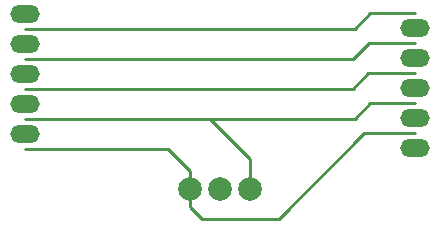
<source format=gbl>
G04*
G04 #@! TF.GenerationSoftware,Altium Limited,Altium Designer,20.0.13 (296)*
G04*
G04 Layer_Physical_Order=2*
G04 Layer_Color=16711680*
%FSLAX25Y25*%
%MOIN*%
G70*
G01*
G75*
%ADD11C,0.01000*%
%ADD15C,0.07874*%
%ADD16O,0.09843X0.05906*%
D11*
X258000Y152563D02*
X275000D01*
X229437Y124000D02*
X258000Y152563D01*
X204000Y124000D02*
X229437D01*
X200000Y128000D02*
X204000Y124000D01*
X200000Y128000D02*
Y134000D01*
Y140000D01*
X192563Y147437D02*
X200000Y140000D01*
X145000Y147437D02*
X192563D01*
X206563Y157437D02*
X254748D01*
X259874Y162563D01*
X275000D01*
X220000Y134000D02*
Y144000D01*
X206563Y157437D02*
X220000Y144000D01*
X145000Y157437D02*
X206563D01*
X259311Y172563D02*
X275000D01*
X254185Y167437D02*
X259311Y172563D01*
X145000Y167437D02*
X254185D01*
X259437Y182563D02*
X275000D01*
X254311Y177437D02*
X259437Y182563D01*
X145000Y177437D02*
X254311D01*
X260000Y192563D02*
X275000D01*
X254874Y187437D02*
X260000Y192563D01*
X145000Y187437D02*
X254874D01*
D15*
X220000Y134000D02*
D03*
X210000D02*
D03*
X200000D02*
D03*
D16*
X145000Y152437D02*
D03*
Y162437D02*
D03*
Y172437D02*
D03*
Y182437D02*
D03*
Y192437D02*
D03*
X275000Y147563D02*
D03*
Y157563D02*
D03*
Y167563D02*
D03*
Y177563D02*
D03*
Y187563D02*
D03*
M02*

</source>
